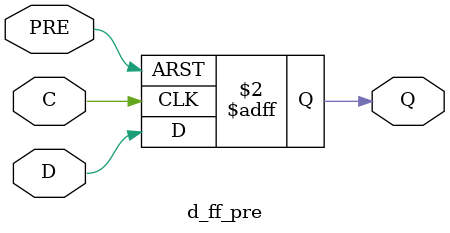
<source format=v>
module d_ff_pre (
  input wire D,
  input wire C,
  input wire PRE,
  output reg Q
);

  always @ (posedge C or posedge PRE) begin
    if (PRE) begin
      Q <= 1'b1;
    end else begin
      Q <= D;
    end
  end

endmodule
</source>
